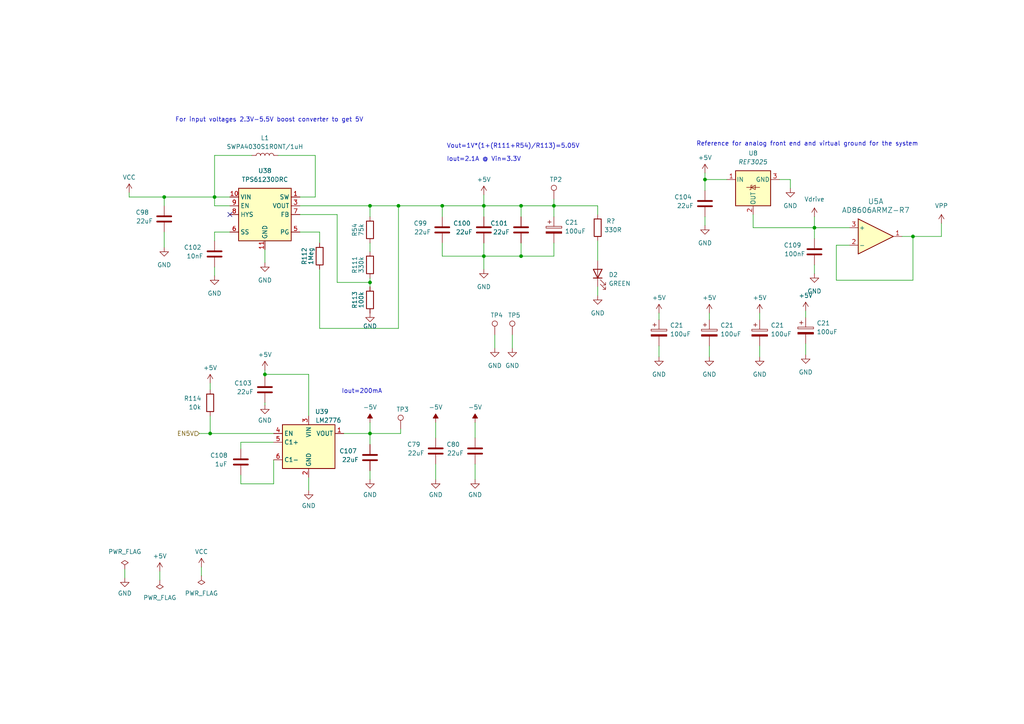
<source format=kicad_sch>
(kicad_sch (version 20231120) (generator "eeschema") (generator_version "8.0")
  (paper "A4")
  (lib_symbols
    (symbol "Amplifier_Operational:AD8606ARMZ-R7" (pin_names (offset 0.254))
      (property "Reference" "U" (at 3.81 -5.08 0))
      (property "Value" "AD8606ARMZ-R7" (at 12.7 -7.62 0))
      (symbol "AD8606ARMZ-R7_0_1"
        (polyline (pts (xy -2.54 5.08) (xy 7.62 0) (xy -2.54 -5.08) (xy -2.54 5.08)) (stroke (width 0.254)) (fill (type background)))
      )
      (symbol "AD8606ARMZ-R7_0_2"
        (pin unspecified line (at 0 0 0) (length 7.62) (name "OUTA") (number "1"))
        (pin unspecified line (at 0 -2.54 0) (length 7.62) (name "-INA") (number "2"))
        (pin unspecified line (at 0 -5.08 0) (length 7.62) (name "+INA") (number "3"))
        (pin power_in line (at 0 -7.62 0) (length 7.62) (name "V-") (number "4"))
        (pin unspecified line (at 40.64 -7.62 180) (length 7.62) (name "+INB") (number "5"))
        (pin unspecified line (at 40.64 -5.08 180) (length 7.62) (name "-INB") (number "6"))
        (pin unspecified line (at 40.64 -2.54 180) (length 7.62) (name "OUTB") (number "7"))
        (pin power_in line (at 40.64 0 180) (length 7.62) (name "V+") (number "8"))
      )
      (symbol "AD8606ARMZ-R7_1_1"
        (pin output line (at 10.16 0 180) (length 2.54) (name "~") (number "1"))
        (pin input line (at -5.08 -2.54 0) (length 2.54) (name "-") (number "2"))
        (pin input line (at -5.08 2.54 0) (length 2.54) (name "+") (number "3"))
      )
      (symbol "AD8606ARMZ-R7_1_2"
        (pin output line (at 33.02 26.67 180) (length 2.54) (name "~") (number "1"))
        (pin input line (at 17.78 24.13 0) (length 2.54) (name "-") (number "2"))
        (pin input line (at 17.78 29.21 0) (length 2.54) (name "+") (number "3"))
        (pin power_in line (at 22.86 19.05 90) (length 3.81) (name "V-") (number "4"))
        (pin power_in line (at 22.86 34.29 270) (length 3.81) (name "V+") (number "8"))
      )
      (symbol "AD8606ARMZ-R7_2_1"
        (pin input line (at -5.08 2.54 0) (length 2.54) (name "+") (number "5"))
        (pin input line (at -5.08 -2.54 0) (length 2.54) (name "-") (number "6"))
        (pin output line (at 10.16 0 180) (length 2.54) (name "~") (number "7"))
      )
      (symbol "AD8606ARMZ-R7_2_2"
        (pin output line (at 33.02 26.67 180) (length 2.54) (name "~") (number "1"))
        (pin input line (at 17.78 24.13 0) (length 2.54) (name "-") (number "2"))
        (pin input line (at 17.78 29.21 0) (length 2.54) (name "+") (number "3"))
        (pin power_in line (at 22.86 19.05 90) (length 3.81) (name "V-") (number "4"))
        (pin power_in line (at 22.86 34.29 270) (length 3.81) (name "V+") (number "8"))
      )
      (symbol "AD8606ARMZ-R7_3_1"
        (pin power_in line (at 0 -7.62 90) (length 3.81) (name "V-") (number "4"))
        (pin power_in line (at 0 7.62 270) (length 3.81) (name "V+") (number "8"))
      )
      (symbol "AD8606ARMZ-R7_3_2"
        (pin output line (at 33.02 26.67 180) (length 2.54) (name "~") (number "1"))
        (pin input line (at 17.78 24.13 0) (length 2.54) (name "-") (number "2"))
        (pin input line (at 17.78 29.21 0) (length 2.54) (name "+") (number "3"))
        (pin power_in line (at 22.86 19.05 90) (length 3.81) (name "V-") (number "4"))
        (pin power_in line (at 22.86 34.29 270) (length 3.81) (name "V+") (number "8"))
      )
    )
    (symbol "Connector:TestPoint" (pin_numbers hide) (pin_names (offset 0.762) hide)
      (property "Reference" "TP" (at 0 6.858 0))
      (property "Value" "TestPoint" (at 0 5.08 0))
      (symbol "TestPoint_0_1"
        (circle (center 0 3.302) (radius 0.762))
      )
      (symbol "TestPoint_1_1"
        (pin passive line (at 0 0 90) (length 2.54) (name "1") (number "1"))
      )
    )
    (symbol "Device:C" (pin_numbers hide) (pin_names (offset 0.254))
      (property "Reference" "C" (at 0.635 2.54 0))
      (property "Value" "C" (at 0.635 -2.54 0))
      (symbol "C_0_1"
        (polyline (pts (xy -2.032 -0.762) (xy 2.032 -0.762)) (stroke (width 0.508)))
        (polyline (pts (xy -2.032 0.762) (xy 2.032 0.762)) (stroke (width 0.508)))
      )
      (symbol "C_1_1"
        (pin passive line (at 0 3.81 270) (length 2.794) (name "~") (number "1"))
        (pin passive line (at 0 -3.81 90) (length 2.794) (name "~") (number "2"))
      )
    )
    (symbol "Device:C_Polarized" (pin_numbers hide) (pin_names (offset 0.254))
      (property "Reference" "C" (at 0.635 2.54 0))
      (property "Value" "C_Polarized" (at 0.635 -2.54 0))
      (symbol "C_Polarized_0_1"
        (rectangle (start -2.286 0.508) (end 2.286 1.016))
        (polyline (pts (xy -1.778 2.286) (xy -0.762 2.286)))
        (polyline (pts (xy -1.27 2.794) (xy -1.27 1.778)))
        (rectangle (start 2.286 -0.508) (end -2.286 -1.016) (fill (type outline)))
      )
      (symbol "C_Polarized_1_1"
        (pin passive line (at 0 3.81 270) (length 2.794) (name "~") (number "1"))
        (pin passive line (at 0 -3.81 90) (length 2.794) (name "~") (number "2"))
      )
    )
    (symbol "Device:L" (pin_numbers hide) (pin_names (offset 1.016) hide)
      (property "Reference" "L" (at -1.27 0 90))
      (property "Value" "L" (at 1.905 0 90))
      (symbol "L_0_1"
        (arc (start 0 -2.54) (mid 0.6323 -1.905) (end 0 -1.27))
        (arc (start 0 -1.27) (mid 0.6323 -0.635) (end 0 0))
        (arc (start 0 0) (mid 0.6323 0.635) (end 0 1.27))
        (arc (start 0 1.27) (mid 0.6323 1.905) (end 0 2.54))
      )
      (symbol "L_1_1"
        (pin passive line (at 0 3.81 270) (length 1.27) (name "1") (number "1"))
        (pin passive line (at 0 -3.81 90) (length 1.27) (name "2") (number "2"))
      )
    )
    (symbol "Device:LED" (pin_numbers hide) (pin_names (offset 1.016) hide)
      (property "Reference" "D" (at 0 2.54 0))
      (property "Value" "LED" (at 0 -2.54 0))
      (symbol "LED_0_1"
        (polyline (pts (xy -1.27 -1.27) (xy -1.27 1.27)) (stroke (width 0.254)))
        (polyline (pts (xy -1.27 0) (xy 1.27 0)))
        (polyline (pts (xy 1.27 -1.27) (xy 1.27 1.27) (xy -1.27 0) (xy 1.27 -1.27)) (stroke (width 0.254)))
        (polyline (pts (xy -3.048 -0.762) (xy -4.572 -2.286) (xy -3.81 -2.286) (xy -4.572 -2.286) (xy -4.572 -1.524)))
        (polyline (pts (xy -1.778 -0.762) (xy -3.302 -2.286) (xy -2.54 -2.286) (xy -3.302 -2.286) (xy -3.302 -1.524)))
      )
      (symbol "LED_1_1"
        (pin passive line (at -3.81 0 0) (length 2.54) (name "K") (number "1"))
        (pin passive line (at 3.81 0 180) (length 2.54) (name "A") (number "2"))
      )
    )
    (symbol "Device:R" (pin_numbers hide) (pin_names (offset 0))
      (property "Reference" "R" (at 2.032 0 90))
      (property "Value" "R" (at 0 0 90))
      (symbol "R_0_1"
        (rectangle (start -1.016 -2.54) (end 1.016 2.54) (stroke (width 0.254)))
      )
      (symbol "R_1_1"
        (pin passive line (at 0 3.81 270) (length 1.27) (name "~") (number "1"))
        (pin passive line (at 0 -3.81 90) (length 1.27) (name "~") (number "2"))
      )
    )
    (symbol "Reference_Voltage:REF3025" (pin_names (offset 0.254))
      (property "Reference" "U" (at 0 6.35 0))
      (property "Value" "REF3025" (at 2.54 -6.35 0))
      (symbol "REF3025_0_1"
        (rectangle (start -5.08 5.08) (end 5.08 -5.08) (stroke (width 0.254)) (fill (type background)))
        (polyline (pts (xy -0.254 1.905) (xy -0.254 -1.905)))
        (polyline (pts (xy -0.889 -0.635) (xy 0.381 -0.635) (xy -0.254 0.635) (xy -0.889 -0.635)))
        (polyline (pts (xy 0.381 1.016) (xy 0.381 0.635) (xy -0.889 0.635) (xy -0.889 0.254)))
      )
      (symbol "REF3025_1_1"
        (pin power_in line (at -2.54 7.62 270) (length 2.54) (name "IN") (number "1"))
        (pin power_out line (at 7.62 0 180) (length 2.54) (name "OUT") (number "2"))
        (pin power_in line (at -2.54 -7.62 90) (length 2.54) (name "GND") (number "3"))
      )
    )
    (symbol "Regulator_SwitchedCapacitor:LM2776"
      (property "Reference" "U" (at -6.35 6.35 0))
      (property "Value" "LM2776" (at 1.27 6.35 0))
      (symbol "LM2776_0_1"
        (rectangle (start -7.62 5.08) (end 7.62 -7.62) (stroke (width 0.254)) (fill (type background)))
      )
      (symbol "LM2776_1_1"
        (pin power_out line (at 10.16 2.54 180) (length 2.54) (name "VOUT") (number "1"))
        (pin power_in line (at 0 -10.16 90) (length 2.54) (name "GND") (number "2"))
        (pin power_in line (at 0 7.62 270) (length 2.54) (name "VIN") (number "3"))
        (pin input line (at -10.16 2.54 0) (length 2.54) (name "EN") (number "4"))
        (pin passive line (at -10.16 0 0) (length 2.54) (name "C1+") (number "5"))
        (pin passive line (at -10.16 -5.08 0) (length 2.54) (name "C1-") (number "6"))
      )
    )
    (symbol "Regulator_Switching:TPS61230DRC"
      (property "Reference" "U" (at -7.62 11.43 0))
      (property "Value" "TPS61230DRC" (at -7.62 8.89 0))
      (symbol "TPS61230DRC_0_1"
        (rectangle (start -7.62 7.62) (end 7.62 -7.62) (stroke (width 0.254)) (fill (type background)))
      )
      (symbol "TPS61230DRC_1_1"
        (pin power_out line (at 10.16 5.08 180) (length 2.54) (name "SW") (number "1"))
        (pin power_in line (at -10.16 5.08 0) (length 2.54) (name "VIN") (number "10"))
        (pin power_in line (at 0 -10.16 90) (length 2.54) (name "GND") (number "11"))
        (pin passive line (at 10.16 5.08 180) (length 2.54) hide (name "SW") (number "2"))
        (pin power_out line (at 10.16 2.54 180) (length 2.54) (name "VOUT") (number "3"))
        (pin passive line (at 10.16 2.54 180) (length 2.54) hide (name "VOUT") (number "4"))
        (pin output line (at 10.16 -5.08 180) (length 2.54) (name "PG") (number "5"))
        (pin input line (at -10.16 -5.08 0) (length 2.54) (name "SS") (number "6"))
        (pin input line (at 10.16 0 180) (length 2.54) (name "FB") (number "7"))
        (pin output line (at -10.16 0 0) (length 2.54) (name "HYS") (number "8"))
        (pin input line (at -10.16 2.54 0) (length 2.54) (name "EN") (number "9"))
      )
    )
    (symbol "power:+5V" (power) (pin_names (offset 0))
      (property "Value" "+5V" (at 0 3.556 0))
      (symbol "+5V_0_1"
        (polyline (pts (xy -0.762 1.27) (xy 0 2.54)))
        (polyline (pts (xy 0 0) (xy 0 2.54)))
        (polyline (pts (xy 0 2.54) (xy 0.762 1.27)))
      )
      (symbol "+5V_1_1"
        (pin power_in line (at 0 0 90) (length 0) hide (name "+5V") (number "1"))
      )
    )
    (symbol "power:-5V" (power) (pin_names (offset 0))
      (property "Value" "-5V" (at 0 3.81 0))
      (symbol "-5V_0_0"
        (pin power_in line (at 0 0 90) (length 0) hide (name "-5V") (number "1"))
      )
      (symbol "-5V_0_1"
        (polyline (pts (xy 0 0) (xy 0 1.27) (xy 0.762 1.27) (xy 0 2.54) (xy -0.762 1.27) (xy 0 1.27)) (fill (type outline)))
      )
    )
    (symbol "power:GND" (power) (pin_names (offset 0))
      (property "Value" "GND" (at 0 -3.81 0))
      (symbol "GND_0_1"
        (polyline (pts (xy 0 0) (xy 0 -1.27) (xy 1.27 -1.27) (xy 0 -2.54) (xy -1.27 -1.27) (xy 0 -1.27)))
      )
      (symbol "GND_1_1"
        (pin power_in line (at 0 0 270) (length 0) hide (name "GND") (number "1"))
      )
    )
    (symbol "power:PWR_FLAG" (power) (pin_numbers hide) (pin_names (offset 0) hide)
      (property "Value" "PWR_FLAG" (at 0 3.81 0))
      (symbol "PWR_FLAG_0_0"
        (pin power_out line (at 0 0 90) (length 0) (name "pwr") (number "1"))
      )
      (symbol "PWR_FLAG_0_1"
        (polyline (pts (xy 0 0) (xy 0 1.27) (xy -1.016 1.905) (xy 0 2.54) (xy 1.016 1.905) (xy 0 1.27)))
      )
    )
    (symbol "power:VCC" (power) (pin_names (offset 0))
      (property "Value" "VCC" (at 0 3.81 0))
      (symbol "VCC_0_1"
        (polyline (pts (xy -0.762 1.27) (xy 0 2.54)))
        (polyline (pts (xy 0 0) (xy 0 2.54)))
        (polyline (pts (xy 0 2.54) (xy 0.762 1.27)))
      )
      (symbol "VCC_1_1"
        (pin power_in line (at 0 0 90) (length 0) hide (name "VCC") (number "1"))
      )
    )
    (symbol "power:VPP" (power) (pin_names (offset 0))
      (property "Value" "VPP" (at 0 3.81 0))
      (symbol "VPP_0_1"
        (polyline (pts (xy -0.762 1.27) (xy 0 2.54)))
        (polyline (pts (xy 0 0) (xy 0 2.54)))
        (polyline (pts (xy 0 2.54) (xy 0.762 1.27)))
      )
      (symbol "VPP_1_1"
        (pin power_in line (at 0 0 90) (length 0) hide (name "VPP") (number "1"))
      )
    )
    (symbol "power:Vdrive" (power) (pin_names (offset 0))
      (property "Value" "Vdrive" (at 0 3.81 0))
      (symbol "Vdrive_0_1"
        (polyline (pts (xy -0.762 1.27) (xy 0 2.54)))
        (polyline (pts (xy 0 0) (xy 0 2.54)))
        (polyline (pts (xy 0 2.54) (xy 0.762 1.27)))
      )
      (symbol "Vdrive_1_1"
        (pin power_in line (at 0 0 90) (length 0) hide (name "Vdrive") (number "1"))
      )
    )
  )
  (junction (at 140.335 59.69))
  (junction (at 107.315 81.915))
  (junction (at 264.795 68.58))
  (junction (at 151.13 59.69))
  (junction (at 107.315 59.69))
  (junction (at 115.57 59.69))
  (junction (at 76.835 108.585))
  (junction (at 160.655 59.69))
  (junction (at 60.96 125.73))
  (junction (at 62.23 57.15))
  (junction (at 204.47 52.07))
  (junction (at 128.27 59.69))
  (junction (at 236.22 66.04))
  (junction (at 140.335 74.295))
  (junction (at 151.13 74.295))
  (junction (at 47.625 57.15))
  (junction (at 107.315 125.73))
  (no_connect (at 66.675 62.23))
  (wire (pts (xy 264.795 81.28) (xy 264.795 68.58)))
  (wire (pts (xy 107.315 80.645) (xy 107.315 81.915)))
  (wire (pts (xy 73.025 45.085) (xy 62.23 45.085)))
  (wire (pts (xy 107.315 59.69) (xy 115.57 59.69)))
  (wire (pts (xy 220.345 100.33) (xy 220.345 103.505)))
  (wire (pts (xy 264.795 68.58) (xy 261.62 68.58)))
  (wire (pts (xy 97.79 62.23) (xy 97.79 81.915)))
  (wire (pts (xy 137.795 139.065) (xy 137.795 134.62)))
  (wire (pts (xy 226.06 52.07) (xy 229.235 52.07)))
  (wire (pts (xy 160.655 74.295) (xy 151.13 74.295)))
  (wire (pts (xy 220.345 90.805) (xy 220.345 92.71)))
  (wire (pts (xy 107.315 125.73) (xy 107.315 128.905)))
  (wire (pts (xy 236.22 62.865) (xy 236.22 66.04)))
  (wire (pts (xy 107.315 81.915) (xy 107.315 83.185)))
  (wire (pts (xy 140.335 56.515) (xy 140.335 59.69)))
  (wire (pts (xy 116.205 125.73) (xy 107.315 125.73)))
  (wire (pts (xy 148.59 97.155) (xy 148.59 100.965)))
  (wire (pts (xy 246.38 71.12) (xy 242.57 71.12)))
  (wire (pts (xy 236.22 79.375) (xy 236.22 76.835)))
  (wire (pts (xy 62.23 57.15) (xy 66.675 57.15)))
  (wire (pts (xy 116.205 124.46) (xy 116.205 125.73)))
  (wire (pts (xy 151.13 74.295) (xy 151.13 70.485)))
  (wire (pts (xy 60.96 125.73) (xy 79.375 125.73)))
  (wire (pts (xy 218.44 66.04) (xy 236.22 66.04)))
  (wire (pts (xy 86.995 62.23) (xy 97.79 62.23)))
  (wire (pts (xy 236.22 66.04) (xy 236.22 69.215)))
  (wire (pts (xy 204.47 52.07) (xy 210.82 52.07)))
  (wire (pts (xy 60.96 111.125) (xy 60.96 113.03)))
  (wire (pts (xy 126.365 122.555) (xy 126.365 127)))
  (wire (pts (xy 69.85 140.335) (xy 69.85 137.795)))
  (wire (pts (xy 160.655 70.485) (xy 160.655 74.295)))
  (wire (pts (xy 99.695 125.73) (xy 107.315 125.73)))
  (wire (pts (xy 62.23 77.47) (xy 62.23 80.01)))
  (wire (pts (xy 62.23 67.31) (xy 62.23 69.85)))
  (wire (pts (xy 47.625 67.31) (xy 47.625 71.755)))
  (wire (pts (xy 205.74 100.33) (xy 205.74 103.505)))
  (wire (pts (xy 89.535 120.65) (xy 89.535 108.585)))
  (wire (pts (xy 242.57 81.28) (xy 264.795 81.28)))
  (wire (pts (xy 92.71 78.105) (xy 92.71 95.25)))
  (wire (pts (xy 160.655 57.785) (xy 160.655 59.69)))
  (wire (pts (xy 128.27 62.865) (xy 128.27 59.69)))
  (wire (pts (xy 128.27 59.69) (xy 140.335 59.69)))
  (wire (pts (xy 62.23 45.085) (xy 62.23 57.15)))
  (wire (pts (xy 107.315 139.065) (xy 107.315 136.525)))
  (wire (pts (xy 160.655 59.69) (xy 151.13 59.69)))
  (wire (pts (xy 115.57 59.69) (xy 128.27 59.69)))
  (wire (pts (xy 140.335 74.295) (xy 151.13 74.295)))
  (wire (pts (xy 205.74 90.805) (xy 205.74 92.71)))
  (wire (pts (xy 137.795 122.555) (xy 137.795 127)))
  (wire (pts (xy 173.355 75.565) (xy 173.355 69.85)))
  (wire (pts (xy 204.47 55.245) (xy 204.47 52.07)))
  (wire (pts (xy 79.375 140.335) (xy 69.85 140.335)))
  (wire (pts (xy 92.71 67.31) (xy 92.71 70.485)))
  (wire (pts (xy 86.995 67.31) (xy 92.71 67.31)))
  (wire (pts (xy 140.335 62.865) (xy 140.335 59.69)))
  (wire (pts (xy 233.68 99.695) (xy 233.68 102.87)))
  (wire (pts (xy 191.135 100.33) (xy 191.135 103.505)))
  (wire (pts (xy 218.44 62.23) (xy 218.44 66.04)))
  (wire (pts (xy 173.355 62.23) (xy 173.355 59.69)))
  (wire (pts (xy 86.995 57.15) (xy 91.44 57.15)))
  (wire (pts (xy 107.315 62.865) (xy 107.315 59.69)))
  (wire (pts (xy 128.27 70.485) (xy 128.27 74.295)))
  (wire (pts (xy 126.365 139.065) (xy 126.365 134.62)))
  (wire (pts (xy 60.96 125.73) (xy 60.96 120.65)))
  (wire (pts (xy 204.47 65.405) (xy 204.47 62.865)))
  (wire (pts (xy 76.835 107.315) (xy 76.835 108.585)))
  (wire (pts (xy 91.44 57.15) (xy 91.44 45.085)))
  (wire (pts (xy 115.57 95.25) (xy 115.57 59.69)))
  (wire (pts (xy 66.675 67.31) (xy 62.23 67.31)))
  (wire (pts (xy 76.835 108.585) (xy 76.835 109.22)))
  (wire (pts (xy 173.355 59.69) (xy 160.655 59.69)))
  (wire (pts (xy 160.655 62.865) (xy 160.655 59.69)))
  (wire (pts (xy 107.315 73.025) (xy 107.315 70.485)))
  (wire (pts (xy 140.335 70.485) (xy 140.335 74.295)))
  (wire (pts (xy 242.57 71.12) (xy 242.57 81.28)))
  (wire (pts (xy 236.22 66.04) (xy 246.38 66.04)))
  (wire (pts (xy 58.42 164.465) (xy 58.42 167.005)))
  (wire (pts (xy 97.79 81.915) (xy 107.315 81.915)))
  (wire (pts (xy 47.625 57.15) (xy 62.23 57.15)))
  (wire (pts (xy 229.235 52.07) (xy 229.235 54.61)))
  (wire (pts (xy 69.85 130.175) (xy 69.85 128.27)))
  (wire (pts (xy 46.355 165.735) (xy 46.355 168.275)))
  (wire (pts (xy 57.785 125.73) (xy 60.96 125.73)))
  (wire (pts (xy 76.835 116.84) (xy 76.835 117.475)))
  (wire (pts (xy 79.375 133.35) (xy 79.375 140.335)))
  (wire (pts (xy 89.535 108.585) (xy 76.835 108.585)))
  (wire (pts (xy 264.795 68.58) (xy 273.05 68.58)))
  (wire (pts (xy 273.05 64.77) (xy 273.05 68.58)))
  (wire (pts (xy 173.355 85.725) (xy 173.355 83.185)))
  (wire (pts (xy 151.13 59.69) (xy 140.335 59.69)))
  (wire (pts (xy 128.27 74.295) (xy 140.335 74.295)))
  (wire (pts (xy 89.535 142.24) (xy 89.535 138.43)))
  (wire (pts (xy 47.625 57.15) (xy 37.465 57.15)))
  (wire (pts (xy 86.995 59.69) (xy 107.315 59.69)))
  (wire (pts (xy 69.85 128.27) (xy 79.375 128.27)))
  (wire (pts (xy 80.645 45.085) (xy 91.44 45.085)))
  (wire (pts (xy 92.71 95.25) (xy 115.57 95.25)))
  (wire (pts (xy 107.315 122.555) (xy 107.315 125.73)))
  (wire (pts (xy 76.835 72.39) (xy 76.835 76.2)))
  (wire (pts (xy 140.335 74.295) (xy 140.335 78.105)))
  (wire (pts (xy 47.625 59.69) (xy 47.625 57.15)))
  (wire (pts (xy 36.195 165.1) (xy 36.195 167.64)))
  (wire (pts (xy 151.13 62.865) (xy 151.13 59.69)))
  (wire (pts (xy 233.68 90.17) (xy 233.68 92.075)))
  (wire (pts (xy 191.135 90.805) (xy 191.135 92.71)))
  (wire (pts (xy 66.675 59.69) (xy 62.23 59.69)))
  (wire (pts (xy 62.23 59.69) (xy 62.23 57.15)))
  (wire (pts (xy 37.465 55.88) (xy 37.465 57.15)))
  (wire (pts (xy 204.47 50.165) (xy 204.47 52.07)))
  (wire (pts (xy 143.51 97.155) (xy 143.51 100.965)))
  (text "Reference for analog front end and virtual ground for the system" (at 201.93 42.545 0) (effects (font (size 1.27 1.27)) (justify left bottom)))
  (text "Iout=200mA\n" (at 99.06 114.3 0) (effects (font (size 1.27 1.27)) (justify left bottom)))
  (text "Vout=1V*(1+(R111+R54)/R113)=5.05V" (at 129.54 43.18 0) (effects (font (size 1.27 1.27)) (justify left bottom)))
  (text "Iout=2.1A @ Vin=3.3V" (at 129.54 46.99 0) (effects (font (size 1.27 1.27)) (justify left bottom)))
  (text "For input voltages 2.3V-5.5V boost converter to get 5V\n" (at 50.8 35.56 0) (effects (font (size 1.27 1.27)) (justify left bottom)))
  (hierarchical_label "EN5V" (shape input) (at 57.785 125.73 180))
  (symbol (lib_id "power:+5V") (at 191.135 90.805 0) (unit 1)
    (property "Reference" "#PWR055" (effects (hide yes)))
    (property "Value" "+5V" (at 191.135 86.36 0))
  )
  (symbol (lib_id "Reference_Voltage:REF3025") (at 218.44 54.61 90) (mirror x) (unit 1)
    (property "Reference" "U8" (at 218.44 44.45 90))
    (property "Value" "REF3025" (at 218.44 46.99 90) (effects (font (italic yes))))
    (property "Footprint" "Package_TO_SOT_SMD:SOT-23" (effects (hide yes)))
    (property "Datasheet" "http://www.ti.com/lit/ds/symlink/ref3033.pdf" (effects (hide yes)))
    (property "JLCPCB Price" "0.39" (effects (hide yes)))
    (property "JLCPCB Type" "Extended" (effects (hide yes)))
    (property "LCSC Part #" "C11334" (effects (hide yes)))
  )
  (symbol (lib_id "power:-5V") (at 126.365 122.555 0) (unit 1)
    (property "Reference" "#PWR069" (effects (hide yes)))
    (property "Value" "-5V" (at 126.365 118.11 0))
  )
  (symbol (lib_id "Device:C_Polarized") (at 160.655 66.675 0) (unit 1) (in_bom no)
    (property "Reference" "C21" (at 163.83 64.516 0) (effects (justify left)))
    (property "Value" "100uF" (at 163.83 67.056 0) (effects (justify left)))
    (property "Footprint" "Capacitor_THT:CP_Radial_D6.3mm_P2.50mm" (effects (hide yes)))
    (property "Assembled" "-" (effects (hide yes)))
    (property "JLCPCB PN" "-" (effects (hide yes)))
    (property "JLCPCB Type" "-" (effects (hide yes)))
    (property "Grobotronics Price" "0.1" (effects (hide yes)))
    (property "JLCPCB Price" "-" (effects (hide yes)))
    (property "LCSC Part #" "-" (effects (hide yes)))
    (instances (project "terry_motherboard" (path "" (reference "C21") (unit 1))) (project "eeg_ecg" (path "" (reference "C96") (unit 1))))
  )
  (symbol (lib_id "Device:R") (at 92.71 74.295 0) (unit 1)
    (property "Reference" "R112" (at 88.265 74.295 90))
    (property "Value" "1Meg" (at 90.17 74.295 90))
    (property "Footprint" "Resistor_SMD:R_0603_1608Metric_Pad0.98x0.95mm_HandSolder" (effects (hide yes)))
    (property "JLCPCB Price" "0.0009" (effects (hide yes)))
    (property "JLCPCB Type" "Basic" (effects (hide yes)))
    (property "LCSC Part #" "C22935" (effects (hide yes)))
  )
  (symbol (lib_id "Device:C") (at 236.22 73.025 180) (unit 1)
    (property "Reference" "C109" (at 229.87 71.12 0))
    (property "Value" "100nF" (at 230.505 73.66 0))
    (property "Footprint" "Capacitor_SMD:C_0603_1608Metric_Pad1.08x0.95mm_HandSolder" (effects (hide yes)))
    (property "JLCPCB Price" "0.0022" (effects (hide yes)))
    (property "JLCPCB Type" "Basic" (effects (hide yes)))
    (property "LCSC Part #" "C14663" (effects (hide yes)))
  )
  (symbol (lib_id "Device:C") (at 128.27 66.675 180) (unit 1)
    (property "Reference" "C99" (at 121.92 64.77 0))
    (property "Value" "22uF" (at 122.555 67.31 0))
    (property "Footprint" "Capacitor_SMD:C_0805_2012Metric_Pad1.18x1.45mm_HandSolder" (effects (hide yes)))
    (property "JLCPCB Price" "0.0249" (effects (hide yes)))
    (property "JLCPCB Type" "Basic" (effects (hide yes)))
    (property "LCSC Part #" "C45783" (effects (hide yes)))
  )
  (symbol (lib_id "Device:C") (at 62.23 73.66 180) (unit 1)
    (property "Reference" "C102" (at 55.88 71.755 0))
    (property "Value" "10nF" (at 56.515 74.295 0))
    (property "Footprint" "Capacitor_SMD:C_0805_2012Metric_Pad1.18x1.45mm_HandSolder" (effects (hide yes)))
    (property "JLCPCB Price" "0.0023" (effects (hide yes)))
    (property "JLCPCB Type" "Basic" (effects (hide yes)))
    (property "LCSC Part #" "C57112" (effects (hide yes)))
  )
  (symbol (lib_id "power:GND") (at 126.365 139.065 0) (unit 1)
    (property "Reference" "#PWR072" (effects (hide yes)))
    (property "Value" "GND" (at 126.365 143.51 0))
  )
  (symbol (lib_id "power:PWR_FLAG") (at 46.355 168.275 180) (unit 1)
    (property "Reference" "#FLG02" (effects (hide yes)))
    (property "Value" "PWR_FLAG" (at 46.355 173.355 0))
  )
  (symbol (lib_id "power:+5V") (at 204.47 50.165 0) (unit 1)
    (property "Reference" "#PWR0206" (effects (hide yes)))
    (property "Value" "+5V" (at 204.47 45.72 0))
  )
  (symbol (lib_id "Device:C") (at 107.315 132.715 180) (unit 1)
    (property "Reference" "C107" (at 100.965 130.81 0))
    (property "Value" "22uF" (at 101.6 133.35 0))
    (property "Footprint" "Capacitor_SMD:C_0805_2012Metric_Pad1.18x1.45mm_HandSolder" (effects (hide yes)))
    (property "JLCPCB Price" "0.0249" (effects (hide yes)))
    (property "JLCPCB Type" "Basic" (effects (hide yes)))
    (property "LCSC Part #" "C45783" (effects (hide yes)))
  )
  (symbol (lib_id "Device:C_Polarized") (at 205.74 96.52 0) (unit 1) (in_bom no)
    (property "Reference" "C21" (at 208.915 94.361 0) (effects (justify left)))
    (property "Value" "100uF" (at 208.915 96.901 0) (effects (justify left)))
    (property "Footprint" "Capacitor_THT:CP_Radial_D6.3mm_P2.50mm" (effects (hide yes)))
    (property "Assembled" "-" (effects (hide yes)))
    (property "JLCPCB PN" "-" (effects (hide yes)))
    (property "JLCPCB Type" "-" (effects (hide yes)))
    (property "Grobotronics Price" "0.1" (effects (hide yes)))
    (property "JLCPCB Price" "-" (effects (hide yes)))
    (property "LCSC Part #" "-" (effects (hide yes)))
    (instances (project "terry_motherboard" (path "" (reference "C21") (unit 1))) (project "eeg_ecg" (path "" (reference "C77") (unit 1))))
  )
  (symbol (lib_id "power:VCC") (at 58.42 164.465 0) (unit 1)
    (property "Reference" "#PWR0258" (effects (hide yes)))
    (property "Value" "VCC" (at 58.42 160.02 0))
  )
  (symbol (lib_id "power:+5V") (at 140.335 56.515 0) (unit 1)
    (property "Reference" "#PWR0198" (effects (hide yes)))
    (property "Value" "+5V" (at 140.335 52.07 0))
  )
  (symbol (lib_id "Connector:TestPoint") (at 143.51 97.155 0) (unit 1)
    (property "Reference" "TP4" (at 142.24 91.44 0) (effects (justify left)))
    (property "Value" "TestPoint" (effects (hide yes)))
    (property "Footprint" "TestPoint:TestPoint_Pad_D1.5mm" (effects (hide yes)))
  )
  (symbol (lib_id "Device:C") (at 137.795 130.81 180) (unit 1)
    (property "Reference" "C80" (at 131.445 128.905 0))
    (property "Value" "22uF" (at 132.08 131.445 0))
    (property "Footprint" "Capacitor_SMD:C_0805_2012Metric_Pad1.18x1.45mm_HandSolder" (effects (hide yes)))
    (property "JLCPCB Price" "0.0249" (effects (hide yes)))
    (property "JLCPCB Type" "Basic" (effects (hide yes)))
    (property "LCSC Part #" "C45783" (effects (hide yes)))
  )
  (symbol (lib_id "Device:C") (at 204.47 59.055 180) (unit 1)
    (property "Reference" "C104" (at 198.12 57.15 0))
    (property "Value" "22uF" (at 198.755 59.69 0))
    (property "Footprint" "Capacitor_SMD:C_0805_2012Metric_Pad1.18x1.45mm_HandSolder" (effects (hide yes)))
    (property "JLCPCB Price" "0.0249" (effects (hide yes)))
    (property "JLCPCB Type" "Basic" (effects (hide yes)))
    (property "LCSC Part #" "C45783" (effects (hide yes)))
  )
  (symbol (lib_id "power:VCC") (at 37.465 55.88 0) (unit 1)
    (property "Reference" "#PWR0197" (effects (hide yes)))
    (property "Value" "VCC" (at 37.465 51.435 0))
  )
  (symbol (lib_id "power:GND") (at 191.135 103.505 0) (unit 1)
    (property "Reference" "#PWR047" (effects (hide yes)))
    (property "Value" "GND" (at 191.135 108.585 0))
  )
  (symbol (lib_id "Device:C") (at 69.85 133.985 180) (unit 1)
    (property "Reference" "C108" (at 63.5 132.08 0))
    (property "Value" "1uF" (at 64.135 134.62 0))
    (property "Footprint" "Capacitor_SMD:C_0603_1608Metric_Pad1.08x0.95mm_HandSolder" (effects (hide yes)))
    (property "JLCPCB Price" "0.0047" (effects (hide yes)))
    (property "JLCPCB Type" "Basic" (effects (hide yes)))
    (property "LCSC Part #" "C15849" (effects (hide yes)))
  )
  (symbol (lib_id "power:GND") (at 76.835 76.2 0) (unit 1)
    (property "Reference" "#PWR0200" (effects (hide yes)))
    (property "Value" "GND" (at 76.835 81.28 0))
  )
  (symbol (lib_id "Device:R") (at 107.315 86.995 0) (unit 1)
    (property "Reference" "R113" (at 102.87 86.995 90))
    (property "Value" "100k" (at 104.775 86.995 90))
    (property "Footprint" "Resistor_SMD:R_0603_1608Metric_Pad0.98x0.95mm_HandSolder" (effects (hide yes)))
    (property "JLCPCB Price" "0.0009" (effects (hide yes)))
    (property "JLCPCB Type" "Basic" (effects (hide yes)))
    (property "LCSC Part #" "C25803" (effects (hide yes)))
  )
  (symbol (lib_id "Connector:TestPoint") (at 148.59 97.155 0) (unit 1)
    (property "Reference" "TP5" (at 147.32 91.44 0) (effects (justify left)))
    (property "Value" "TestPoint" (effects (hide yes)))
    (property "Footprint" "TestPoint:TestPoint_Pad_D1.5mm" (effects (hide yes)))
  )
  (symbol (lib_id "power:GND") (at 47.625 71.755 0) (unit 1)
    (property "Reference" "#PWR0199" (effects (hide yes)))
    (property "Value" "GND" (at 47.625 76.835 0))
  )
  (symbol (lib_id "Device:LED") (at 173.355 79.375 90) (unit 1)
    (property "Reference" "D2" (at 176.53 79.6925 90) (effects (justify right)))
    (property "Value" "GREEN" (at 176.53 82.2325 90) (effects (justify right)))
    (property "Footprint" "Resistor_SMD:R_0805_2012Metric_Pad1.20x1.40mm_HandSolder" (effects (hide yes)))
  )
  (symbol (lib_id "power:GND") (at 204.47 65.405 0) (unit 1)
    (property "Reference" "#PWR0213" (effects (hide yes)))
    (property "Value" "GND" (at 204.47 70.485 0))
  )
  (symbol (lib_id "Device:C") (at 151.13 66.675 180) (unit 1)
    (property "Reference" "C101" (at 144.78 64.77 0))
    (property "Value" "22uF" (at 145.415 67.31 0))
    (property "Footprint" "Capacitor_SMD:C_0805_2012Metric_Pad1.18x1.45mm_HandSolder" (effects (hide yes)))
    (property "JLCPCB Price" "0.0249" (effects (hide yes)))
    (property "JLCPCB Type" "Basic" (effects (hide yes)))
    (property "LCSC Part #" "C45783" (effects (hide yes)))
  )
  (symbol (lib_id "power:GND") (at 236.22 79.375 0) (unit 1)
    (property "Reference" "#PWR0219" (effects (hide yes)))
    (property "Value" "GND" (at 236.22 84.455 0))
  )
  (symbol (lib_id "power:+5V") (at 76.835 107.315 0) (unit 1)
    (property "Reference" "#PWR0204" (effects (hide yes)))
    (property "Value" "+5V" (at 76.835 102.87 0))
  )
  (symbol (lib_id "Device:C") (at 47.625 63.5 180) (unit 1)
    (property "Reference" "C98" (at 41.275 61.595 0))
    (property "Value" "22uF" (at 41.91 64.135 0))
    (property "Footprint" "Capacitor_SMD:C_0805_2012Metric_Pad1.18x1.45mm_HandSolder" (effects (hide yes)))
    (property "JLCPCB Price" "0.0249" (effects (hide yes)))
    (property "JLCPCB Type" "Basic" (effects (hide yes)))
    (property "LCSC Part #" "C45783" (effects (hide yes)))
  )
  (symbol (lib_id "power:VPP") (at 273.05 64.77 0) (unit 1)
    (property "Reference" "#PWR0235" (effects (hide yes)))
    (property "Value" "VPP" (at 273.05 59.69 0))
  )
  (symbol (lib_id "power:+5V") (at 205.74 90.805 0) (unit 1)
    (property "Reference" "#PWR061" (effects (hide yes)))
    (property "Value" "+5V" (at 205.74 86.36 0))
  )
  (symbol (lib_id "power:GND") (at 62.23 80.01 0) (unit 1)
    (property "Reference" "#PWR0202" (effects (hide yes)))
    (property "Value" "GND" (at 62.23 85.09 0))
  )
  (symbol (lib_id "power:GND") (at 107.315 90.805 0) (unit 1)
    (property "Reference" "#PWR0203" (effects (hide yes)))
    (property "Value" "GND" (at 107.315 94.615 0))
  )
  (symbol (lib_id "Device:R") (at 173.355 66.04 0) (unit 1)
    (property "Reference" "R?" (at 177.165 64.135 0))
    (property "Value" "330R" (at 177.8 66.675 0))
    (property "Footprint" "Resistor_SMD:R_0805_2012Metric" (effects (hide yes)))
    (property "JLCPCB PN" "C17630" (effects (hide yes)))
    (property "LCSC Part #" "C17630" (effects (hide yes)))
    (property "Assembled" "+" (effects (hide yes)))
    (property "JLCPCB Type" "Basic" (effects (hide yes)))
    (property "Grobotronics Price" "-" (effects (hide yes)))
    (property "JLCPCB Price" "0.0016" (effects (hide yes)))
    (instances (project "terry_motherboard" (path "" (reference "R?") (unit 1)) (path "" (reference "R26") (unit 1)) (path "" (reference "R3") (unit 1))) (project "eeg_ecg" (path "" (reference "R36") (unit 1))))
  )
  (symbol (lib_id "Device:R") (at 107.315 66.675 0) (unit 1)
    (property "Reference" "R54" (at 102.87 66.675 90))
    (property "Value" "75k" (at 104.775 66.675 90))
    (property "Footprint" "Resistor_SMD:R_0603_1608Metric_Pad0.98x0.95mm_HandSolder" (effects (hide yes)))
    (property "JLCPCB Price" "0.0009" (effects (hide yes)))
    (property "JLCPCB Type" "Basic" (effects (hide yes)))
    (property "LCSC Part #" "C23242" (effects (hide yes)))
  )
  (symbol (lib_id "power:GND") (at 205.74 103.505 0) (unit 1)
    (property "Reference" "#PWR063" (effects (hide yes)))
    (property "Value" "GND" (at 205.74 108.585 0))
  )
  (symbol (lib_id "power:GND") (at 229.235 54.61 0) (unit 1)
    (property "Reference" "#PWR0208" (effects (hide yes)))
    (property "Value" "GND" (at 229.235 59.69 0))
  )
  (symbol (lib_id "power:GND") (at 233.68 102.87 0) (unit 1)
    (property "Reference" "#PWR086" (effects (hide yes)))
    (property "Value" "GND" (at 233.68 107.95 0))
  )
  (symbol (lib_id "Device:C") (at 126.365 130.81 180) (unit 1)
    (property "Reference" "C79" (at 120.015 128.905 0))
    (property "Value" "22uF" (at 120.65 131.445 0))
    (property "Footprint" "Capacitor_SMD:C_0805_2012Metric_Pad1.18x1.45mm_HandSolder" (effects (hide yes)))
    (property "JLCPCB Price" "0.0249" (effects (hide yes)))
    (property "JLCPCB Type" "Basic" (effects (hide yes)))
    (property "LCSC Part #" "C45783" (effects (hide yes)))
  )
  (symbol (lib_id "power:GND") (at 143.51 100.965 0) (unit 1)
    (property "Reference" "#PWR042" (effects (hide yes)))
    (property "Value" "GND" (at 143.51 106.045 0))
  )
  (symbol (lib_id "Regulator_Switching:TPS61230DRC") (at 76.835 62.23 0) (unit 1)
    (property "Reference" "U38" (at 76.835 49.53 0))
    (property "Value" "TPS61230DRC" (at 76.835 52.07 0))
    (property "Footprint" "Package_SON:Texas_S-PVSON-N10_ThermalVias" (effects (hide yes)))
    (property "Datasheet" "http://www.ti.com/lit/ds/symlink/tps61232.pdf" (effects (hide yes)))
    (property "JLCPCB Price" "0.8340" (effects (hide yes)))
    (property "JLCPCB Type" "Extended" (effects (hide yes)))
    (property "LCSC Part #" "C139626" (effects (hide yes)))
  )
  (symbol (lib_id "Device:C_Polarized") (at 233.68 95.885 0) (unit 1) (in_bom no)
    (property "Reference" "C21" (at 236.855 93.726 0) (effects (justify left)))
    (property "Value" "100uF" (at 236.855 96.266 0) (effects (justify left)))
    (property "Footprint" "Capacitor_THT:CP_Radial_D6.3mm_P2.50mm" (effects (hide yes)))
    (property "Assembled" "-" (effects (hide yes)))
    (property "JLCPCB PN" "-" (effects (hide yes)))
    (property "JLCPCB Type" "-" (effects (hide yes)))
    (property "Grobotronics Price" "0.1" (effects (hide yes)))
    (property "JLCPCB Price" "-" (effects (hide yes)))
    (property "LCSC Part #" "-" (effects (hide yes)))
    (instances (project "terry_motherboard" (path "" (reference "C21") (unit 1))) (project "eeg_ecg" (path "" (reference "C81") (unit 1))))
  )
  (symbol (lib_id "power:-5V") (at 137.795 122.555 0) (unit 1)
    (property "Reference" "#PWR077" (effects (hide yes)))
    (property "Value" "-5V" (at 137.795 118.11 0))
  )
  (symbol (lib_id "Device:C_Polarized") (at 191.135 96.52 0) (unit 1) (in_bom no)
    (property "Reference" "C21" (at 194.31 94.361 0) (effects (justify left)))
    (property "Value" "100uF" (at 194.31 96.901 0) (effects (justify left)))
    (property "Footprint" "Capacitor_THT:CP_Radial_D6.3mm_P2.50mm" (effects (hide yes)))
    (property "Assembled" "-" (effects (hide yes)))
    (property "JLCPCB PN" "-" (effects (hide yes)))
    (property "JLCPCB Type" "-" (effects (hide yes)))
    (property "Grobotronics Price" "0.1" (effects (hide yes)))
    (property "JLCPCB Price" "-" (effects (hide yes)))
    (property "LCSC Part #" "-" (effects (hide yes)))
    (instances (project "terry_motherboard" (path "" (reference "C21") (unit 1))) (project "eeg_ecg" (path "" (reference "C8") (unit 1))))
  )
  (symbol (lib_id "Amplifier_Operational:AD8606ARMZ-R7") (at 251.46 68.58 0) (unit 1)
    (property "Reference" "U5" (at 254 58.42 0) (effects (font (size 1.524 1.524))))
    (property "Value" "AD8606ARMZ-R7" (at 254 60.96 0) (effects (font (size 1.524 1.524))))
    (property "Footprint" "Package_SO:AD8606ARMZ" (effects (hide yes)))
    (property "Datasheet" "AD8606ARMZ-R7" (effects (hide yes)))
    (property "JLCPCB Price" "2.172" (effects (hide yes)))
    (property "JLCPCB Type" "Extended" (effects (hide yes)))
    (property "LCSC Part #" "C408833" (effects (hide yes)))
  )
  (symbol (lib_id "power:GND") (at 140.335 78.105 0) (unit 1)
    (property "Reference" "#PWR0201" (effects (hide yes)))
    (property "Value" "GND" (at 140.335 83.185 0))
  )
  (symbol (lib_id "power:Vdrive") (at 236.22 62.865 0) (unit 1)
    (property "Reference" "#PWR0212" (effects (hide yes)))
    (property "Value" "Vdrive" (at 236.22 57.785 0))
  )
  (symbol (lib_id "power:+5V") (at 60.96 111.125 0) (unit 1)
    (property "Reference" "#PWR0205" (effects (hide yes)))
    (property "Value" "+5V" (at 60.96 106.68 0))
  )
  (symbol (lib_id "power:GND") (at 137.795 139.065 0) (unit 1)
    (property "Reference" "#PWR083" (effects (hide yes)))
    (property "Value" "GND" (at 137.795 143.51 0))
  )
  (symbol (lib_id "power:GND") (at 76.835 117.475 0) (unit 1)
    (property "Reference" "#PWR0207" (effects (hide yes)))
    (property "Value" "GND" (at 76.835 121.92 0))
  )
  (symbol (lib_id "power:GND") (at 36.195 167.64 0) (unit 1)
    (property "Reference" "#PWR0239" (effects (hide yes)))
    (property "Value" "GND" (at 36.195 172.085 0))
  )
  (symbol (lib_id "power:GND") (at 89.535 142.24 0) (unit 1)
    (property "Reference" "#PWR0218" (effects (hide yes)))
    (property "Value" "GND" (at 89.535 146.685 0))
  )
  (symbol (lib_id "Device:R") (at 107.315 76.835 0) (unit 1)
    (property "Reference" "R111" (at 102.87 76.835 90))
    (property "Value" "330k" (at 104.775 76.835 90))
    (property "Footprint" "Resistor_SMD:R_0603_1608Metric_Pad0.98x0.95mm_HandSolder" (effects (hide yes)))
    (property "JLCPCB Price" "0.0009" (effects (hide yes)))
    (property "JLCPCB Type" "Basic" (effects (hide yes)))
    (property "LCSC Part #" "C23137" (effects (hide yes)))
  )
  (symbol (lib_id "Device:C") (at 76.835 113.03 180) (unit 1)
    (property "Reference" "C103" (at 70.485 111.125 0))
    (property "Value" "22uF" (at 71.12 113.665 0))
    (property "Footprint" "Capacitor_SMD:C_0805_2012Metric_Pad1.18x1.45mm_HandSolder" (effects (hide yes)))
    (property "JLCPCB Price" "0.0249" (effects (hide yes)))
    (property "JLCPCB Type" "Basic" (effects (hide yes)))
    (property "LCSC Part #" "C45783" (effects (hide yes)))
  )
  (symbol (lib_id "Device:C") (at 140.335 66.675 180) (unit 1)
    (property "Reference" "C100" (at 133.985 64.77 0))
    (property "Value" "22uF" (at 134.62 67.31 0))
    (property "Footprint" "Capacitor_SMD:C_0805_2012Metric_Pad1.18x1.45mm_HandSolder" (effects (hide yes)))
    (property "JLCPCB Price" "0.0249" (effects (hide yes)))
    (property "JLCPCB Type" "Basic" (effects (hide yes)))
    (property "LCSC Part #" "C45783" (effects (hide yes)))
  )
  (symbol (lib_id "Connector:TestPoint") (at 160.655 57.785 0) (unit 1)
    (property "Reference" "TP2" (at 159.385 52.07 0) (effects (justify left)))
    (property "Value" "TestPoint" (effects (hide yes)))
    (property "Footprint" "TestPoint:TestPoint_Pad_D1.5mm" (effects (hide yes)))
  )
  (symbol (lib_id "Connector:TestPoint") (at 116.205 124.46 0) (unit 1)
    (property "Reference" "TP3" (at 114.935 118.745 0) (effects (justify left)))
    (property "Value" "TestPoint" (effects (hide yes)))
    (property "Footprint" "TestPoint:TestPoint_Pad_D1.5mm" (effects (hide yes)))
  )
  (symbol (lib_id "Regulator_SwitchedCapacitor:LM2776") (at 89.535 128.27 0) (unit 1)
    (property "Reference" "U39" (at 93.345 119.38 0))
    (property "Value" "LM2776" (at 95.25 121.92 0))
    (property "Footprint" "Package_TO_SOT_SMD:SOT-23-6" (effects (hide yes)))
    (property "Datasheet" "http://www.ti.com/lit/ds/symlink/lm2776.pdf" (effects (hide yes)))
    (property "JLCPCB Price" "0.4920" (effects (hide yes)))
    (property "JLCPCB Type" "Extended" (effects (hide yes)))
    (property "LCSC Part #" "C69527" (effects (hide yes)))
  )
  (symbol (lib_id "power:+5V") (at 46.355 165.735 0) (unit 1)
    (property "Reference" "#PWR0240" (effects (hide yes)))
    (property "Value" "+5V" (at 46.355 161.29 0))
  )
  (symbol (lib_id "power:GND") (at 173.355 85.725 0) (unit 1)
    (property "Reference" "#PWR08" (effects (hide yes)))
    (property "Value" "GND" (at 173.355 90.805 0))
  )
  (symbol (lib_id "power:GND") (at 148.59 100.965 0) (unit 1)
    (property "Reference" "#PWR045" (effects (hide yes)))
    (property "Value" "GND" (at 148.59 106.045 0))
  )
  (symbol (lib_id "Device:R") (at 60.96 116.84 0) (unit 1)
    (property "Reference" "R114" (at 55.88 115.57 0))
    (property "Value" "10k" (at 56.515 118.11 0))
    (property "Footprint" "Resistor_SMD:R_0603_1608Metric_Pad0.98x0.95mm_HandSolder" (effects (hide yes)))
    (property "JLCPCB Price" "0.0009" (effects (hide yes)))
    (property "JLCPCB Type" "Basic" (effects (hide yes)))
    (property "LCSC Part #" "C25804" (effects (hide yes)))
  )
  (symbol (lib_id "power:PWR_FLAG") (at 36.195 165.1 0) (unit 1)
    (property "Reference" "#FLG01" (effects (hide yes)))
    (property "Value" "PWR_FLAG" (at 36.195 160.02 0))
  )
  (symbol (lib_id "power:GND") (at 220.345 103.505 0) (unit 1)
    (property "Reference" "#PWR067" (effects (hide yes)))
    (property "Value" "GND" (at 220.345 108.585 0))
  )
  (symbol (lib_id "Device:C_Polarized") (at 220.345 96.52 0) (unit 1) (in_bom no)
    (property "Reference" "C21" (at 223.52 94.361 0) (effects (justify left)))
    (property "Value" "100uF" (at 223.52 96.901 0) (effects (justify left)))
    (property "Footprint" "Capacitor_THT:CP_Radial_D6.3mm_P2.50mm" (effects (hide yes)))
    (property "Assembled" "-" (effects (hide yes)))
    (property "JLCPCB PN" "-" (effects (hide yes)))
    (property "JLCPCB Type" "-" (effects (hide yes)))
    (property "Grobotronics Price" "0.1" (effects (hide yes)))
    (property "JLCPCB Price" "-" (effects (hide yes)))
    (property "LCSC Part #" "-" (effects (hide yes)))
    (instances (project "terry_motherboard" (path "" (reference "C21") (unit 1))) (project "eeg_ecg" (path "" (reference "C78") (unit 1))))
  )
  (symbol (lib_id "power:-5V") (at 107.315 122.555 0) (unit 1)
    (property "Reference" "#PWR0211" (effects (hide yes)))
    (property "Value" "-5V" (at 107.315 118.11 0))
  )
  (symbol (lib_id "power:+5V") (at 220.345 90.805 0) (unit 1)
    (property "Reference" "#PWR064" (effects (hide yes)))
    (property "Value" "+5V" (at 220.345 86.36 0))
  )
  (symbol (lib_id "power:PWR_FLAG") (at 58.42 167.005 180) (unit 1)
    (property "Reference" "#FLG05" (effects (hide yes)))
    (property "Value" "PWR_FLAG" (at 58.42 172.085 0))
  )
  (symbol (lib_id "Device:L") (at 76.835 45.085 90) (unit 1)
    (property "Reference" "L1" (at 76.835 40.005 90))
    (property "Value" "SWPA4030S1R0NT/1uH" (at 76.835 42.545 90))
    (property "Footprint" "Inductor_SMD:L_Sunlord_SWPA4030S" (effects (hide yes)))
    (property "JLCPCB Price" "0.0479" (effects (hide yes)))
    (property "JLCPCB Type" "Extended" (effects (hide yes)))
    (property "LCSC Part #" "C42193" (effects (hide yes)))
  )
  (symbol (lib_id "power:+5V") (at 233.68 90.17 0) (unit 1)
    (property "Reference" "#PWR085" (effects (hide yes)))
    (property "Value" "+5V" (at 233.68 85.725 0))
  )
  (symbol (lib_id "power:GND") (at 107.315 139.065 0) (unit 1)
    (property "Reference" "#PWR0217" (effects (hide yes)))
    (property "Value" "GND" (at 107.315 143.51 0))
  )
)
</source>
